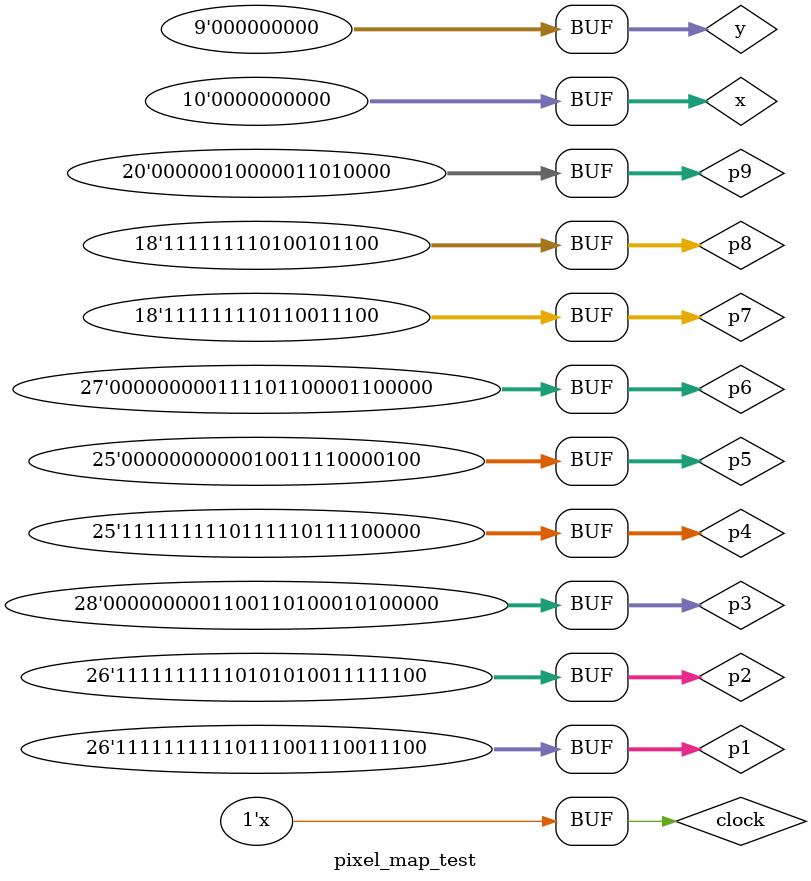
<source format=v>
`default_nettype none
`define assert(condition) if(!((|{condition{)===1)) begin $display("FAIL"); $finish(1); end

module pixel_map_test;

reg[9:0] x;
reg[8:0] y;
reg signed[25:0] p1;
reg signed[25:0] p2;
reg signed[27:0] p3;
reg signed[24:0] p4;
reg signed[24:0] p5;
reg signed[26:0] p6;
reg signed[17:0] p7;
reg signed[17:0] p8;
reg signed[19:0] p9;

wire signed[36:0] num_x;
wire signed[36:0] denom;
wire signed[36:0] num_y;
wire[9:0] ox;
wire[8:0] oy;
wire ready;
wire signed[36:0] ox_signed;
wire signed[36:0] oy_signed;

initial begin
x = 10'd0;
y = 9'd0;
p1[25:0] = -26'd35_940;
p2[25:0] = -26'd43_780;
p3[27:0] = 28'd420_000;
p4[24:0] = -25'd33_312;
p5[24:0] = 25'd10_116;
p6[26:0] = 27'd252_000;
p7[17:0] = -18'd612;
p8[17:0] = -18'd724;
p9[19:0] = 20'd8400;
end

reg clock = 0;
pixel_map pixel_map(clock, x, y, p1, p2, p3, p4, p5, p6, p7, p8, p9, num_x, denom, num_y, ox_signed, oy_signed, ox, oy, ready);
always #50 clock <= !clock;
always @(posedge clock) begin
$display("%d, %d, %d, %d, %d, %d, %d, %d", ox, oy, ready, num_x, denom, num_y, ox_signed, oy_signed);
end

endmodule

</source>
